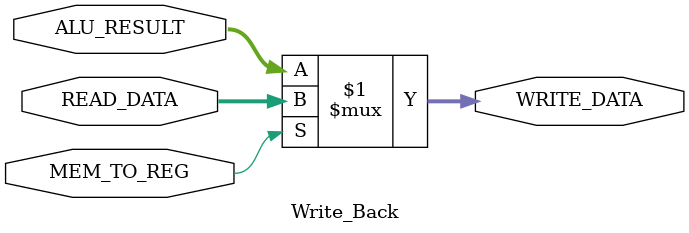
<source format=v>
`timescale 1ns / 1ps
/*			input:
			 MemtoReg
			 [31:0] read_data
			 [31:0] ALUResult
			
			output
			 [31:0] write_data
*/
//
// Dependencies: 
//
// Revision: 
// Revision 0.01 - File Created
// Additional Comments: 
//
//////////////////////////////////////////////////////////////////////////////////
module Write_Back(MEM_TO_REG, READ_DATA, ALU_RESULT, WRITE_DATA);
	input		MEM_TO_REG;
	input		[31:0] READ_DATA;
	input		[31:0] ALU_RESULT;
	
	output   [31:0] WRITE_DATA;
	
	assign WRITE_DATA = MEM_TO_REG ? READ_DATA : ALU_RESULT;

endmodule

</source>
